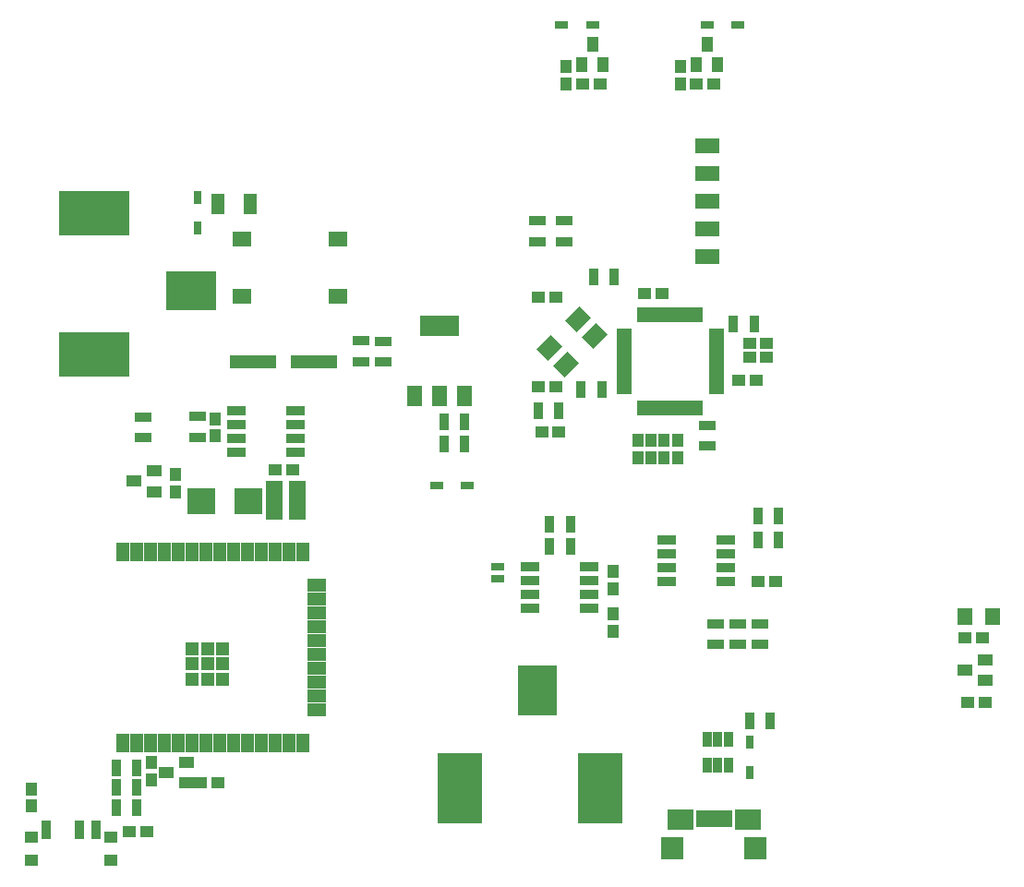
<source format=gtp>
%TF.GenerationSoftware,Altium Limited,Altium Designer,25.2.1 (25)*%
G04 Layer_Color=8421504*
%FSLAX25Y25*%
%MOIN*%
%TF.SameCoordinates,F6C81A79-D505-4479-B840-BDF532C21910*%
%TF.FilePolarity,Positive*%
%TF.FileFunction,Paste,Top*%
%TF.Part,Single*%
G01*
G75*
%TA.AperFunction,SMDPad,CuDef*%
%ADD162R,0.03756X0.06118*%
%TA.AperFunction,SMDPad,SMDef*%
%ADD163R,0.18323X0.13992*%
%ADD164R,0.25410X0.16354*%
%TA.AperFunction,SMDPad,CuDef*%
%ADD165R,0.07102X0.03362*%
%ADD166R,0.06118X0.03756*%
%ADD167R,0.04800X0.04100*%
%ADD168R,0.08874X0.05331*%
%ADD169R,0.05134X0.03165*%
%ADD170R,0.04100X0.04800*%
%ADD171R,0.13992X0.07299*%
%ADD172R,0.05724X0.07299*%
%ADD173R,0.05331X0.05921*%
%ADD174R,0.05370X0.04150*%
%ADD175R,0.04937X0.02969*%
%TA.AperFunction,SMDPad,SMDef*%
%ADD176R,0.13992X0.18323*%
%ADD177R,0.16354X0.25410*%
%TA.AperFunction,SMDPad,CuDef*%
G04:AMPARAMS|DCode=178|XSize=72.99mil|YSize=59.21mil|CornerRadius=0mil|HoleSize=0mil|Usage=FLASHONLY|Rotation=225.000|XOffset=0mil|YOffset=0mil|HoleType=Round|Shape=Rectangle|*
%AMROTATEDRECTD178*
4,1,4,0.00487,0.04674,0.04674,0.00487,-0.00487,-0.04674,-0.04674,-0.00487,0.00487,0.04674,0.0*
%
%ADD178ROTATEDRECTD178*%

%ADD179R,0.05724X0.02181*%
%ADD180R,0.02181X0.05724*%
%ADD181R,0.03362X0.05724*%
%ADD182R,0.03165X0.05134*%
%ADD183R,0.08480X0.08480*%
%ADD184R,0.09268X0.07299*%
%ADD185R,0.02575X0.06315*%
%ADD186R,0.04150X0.05370*%
%ADD187R,0.03756X0.06906*%
%ADD188R,0.04937X0.04150*%
%ADD189R,0.04543X0.06906*%
%ADD190R,0.06906X0.04543*%
%TA.AperFunction,BGAPad,CuDef*%
%ADD191R,0.04543X0.04543*%
%TA.AperFunction,SMDPad,CuDef*%
%ADD192R,0.07102X0.05724*%
%ADD193R,0.09858X0.09347*%
%ADD194R,0.16748X0.04937*%
%ADD195R,0.06118X0.14386*%
%ADD196R,0.04543X0.07299*%
D162*
X154724Y165748D02*
D03*
X162205D02*
D03*
X259252Y201181D02*
D03*
X266732D02*
D03*
X208661Y218110D02*
D03*
X216142D02*
D03*
X264961Y57874D02*
D03*
X272441D02*
D03*
X211614Y177559D02*
D03*
X204134D02*
D03*
X275590Y123248D02*
D03*
X268110D02*
D03*
X275590Y131890D02*
D03*
X268110D02*
D03*
X200386Y120867D02*
D03*
X192905D02*
D03*
X200394Y128831D02*
D03*
X192913D02*
D03*
X196259Y169882D02*
D03*
X188779D02*
D03*
X36417Y26575D02*
D03*
X43898D02*
D03*
X36417Y33661D02*
D03*
X43898D02*
D03*
X36417Y40748D02*
D03*
X43898D02*
D03*
X162205Y157874D02*
D03*
X154724D02*
D03*
D163*
X63583Y212992D02*
D03*
D164*
X28346Y190157D02*
D03*
Y240945D02*
D03*
D165*
X235039Y118248D02*
D03*
Y113248D02*
D03*
Y108248D02*
D03*
X256299D02*
D03*
Y113248D02*
D03*
Y118248D02*
D03*
Y123248D02*
D03*
X235039D02*
D03*
X185827Y113406D02*
D03*
X207087D02*
D03*
Y108405D02*
D03*
Y103405D02*
D03*
Y98405D02*
D03*
X185827D02*
D03*
Y103405D02*
D03*
Y108405D02*
D03*
X101181Y159843D02*
D03*
Y164842D02*
D03*
Y169843D02*
D03*
X79921D02*
D03*
Y164842D02*
D03*
Y159843D02*
D03*
Y154842D02*
D03*
X101181D02*
D03*
D166*
X188583Y238386D02*
D03*
Y230906D02*
D03*
X198031Y238386D02*
D03*
Y230906D02*
D03*
X249606Y164567D02*
D03*
Y157087D02*
D03*
X252854Y92913D02*
D03*
Y85433D02*
D03*
X268602Y92913D02*
D03*
Y85433D02*
D03*
X260728Y92913D02*
D03*
Y85433D02*
D03*
X65748Y160236D02*
D03*
Y167717D02*
D03*
X132677Y194882D02*
D03*
Y187402D02*
D03*
X124803Y195079D02*
D03*
Y187598D02*
D03*
X46260Y167520D02*
D03*
Y160039D02*
D03*
D167*
X271260Y194095D02*
D03*
X264960D02*
D03*
X264961Y188976D02*
D03*
X271261D02*
D03*
X233464Y212008D02*
D03*
X227164D02*
D03*
X93701Y148425D02*
D03*
X100001D02*
D03*
X342913Y87795D02*
D03*
X349213D02*
D03*
X350177Y64567D02*
D03*
X343877D02*
D03*
X268110Y108248D02*
D03*
X274410D02*
D03*
X261024Y180709D02*
D03*
X267324D02*
D03*
X189959Y162205D02*
D03*
X196259D02*
D03*
X188778Y210827D02*
D03*
X195078D02*
D03*
X188778Y178543D02*
D03*
X195078D02*
D03*
X245866Y287795D02*
D03*
X252166D02*
D03*
X204724D02*
D03*
X211024D02*
D03*
X66929Y35433D02*
D03*
X73229D02*
D03*
X41142Y17717D02*
D03*
X47442D02*
D03*
D168*
X249606Y265276D02*
D03*
Y255276D02*
D03*
Y245276D02*
D03*
Y235276D02*
D03*
Y225276D02*
D03*
D169*
Y309055D02*
D03*
X260630D02*
D03*
X162992Y142913D02*
D03*
X151969D02*
D03*
X208268Y309055D02*
D03*
X197244D02*
D03*
D170*
X215748Y111811D02*
D03*
Y105511D02*
D03*
Y90157D02*
D03*
Y96457D02*
D03*
X229528Y152755D02*
D03*
Y159055D02*
D03*
X224803Y159055D02*
D03*
Y152755D02*
D03*
X234252Y159055D02*
D03*
Y152755D02*
D03*
X238976Y159055D02*
D03*
Y152755D02*
D03*
X239961Y294095D02*
D03*
Y287795D02*
D03*
X198819Y294095D02*
D03*
Y287795D02*
D03*
X5906Y33268D02*
D03*
Y26968D02*
D03*
X49016Y42717D02*
D03*
Y36417D02*
D03*
X72047Y160630D02*
D03*
Y166930D02*
D03*
X57874Y140552D02*
D03*
Y146852D02*
D03*
D171*
X153150Y200394D02*
D03*
D172*
X162205Y175197D02*
D03*
X153150D02*
D03*
X144095D02*
D03*
D173*
X342913Y95276D02*
D03*
X352756D02*
D03*
D174*
X342736Y76181D02*
D03*
X350177Y79921D02*
D03*
Y72441D02*
D03*
X54350Y39173D02*
D03*
X61791Y42913D02*
D03*
Y35433D02*
D03*
X42736Y144292D02*
D03*
X50177Y148032D02*
D03*
Y140552D02*
D03*
D175*
X174016Y109075D02*
D03*
Y113406D02*
D03*
D176*
X188386Y68799D02*
D03*
D177*
X211221Y33563D02*
D03*
X160433D02*
D03*
D178*
X198896Y186473D02*
D03*
X209196Y196773D02*
D03*
X203072Y202898D02*
D03*
X192771Y192597D02*
D03*
D179*
X219685Y196457D02*
D03*
Y198425D02*
D03*
X253149D02*
D03*
Y176772D02*
D03*
X219685D02*
D03*
X253149Y178740D02*
D03*
X219685D02*
D03*
X253149Y180709D02*
D03*
X219685D02*
D03*
X253149Y182677D02*
D03*
X219685D02*
D03*
X253149Y184646D02*
D03*
X219685D02*
D03*
X253149Y186614D02*
D03*
X219685D02*
D03*
X253149Y188583D02*
D03*
X219685D02*
D03*
X253149Y190551D02*
D03*
X219685D02*
D03*
X253149Y192520D02*
D03*
X219685D02*
D03*
X253149Y194488D02*
D03*
X219685D02*
D03*
X253149Y196457D02*
D03*
D180*
X225590Y170866D02*
D03*
X227559D02*
D03*
X229527D02*
D03*
X231496D02*
D03*
X233464D02*
D03*
X235433D02*
D03*
X237401D02*
D03*
X239370D02*
D03*
X241338D02*
D03*
X243307D02*
D03*
X245275D02*
D03*
X247244D02*
D03*
Y204331D02*
D03*
X245275D02*
D03*
X243307D02*
D03*
X241338D02*
D03*
X239370D02*
D03*
X237401D02*
D03*
X235433D02*
D03*
X233464D02*
D03*
X231496D02*
D03*
X229527D02*
D03*
X227559D02*
D03*
X225590D02*
D03*
D181*
X257283Y41929D02*
D03*
X253543D02*
D03*
X249803D02*
D03*
Y50984D02*
D03*
X253543D02*
D03*
X257283D02*
D03*
D182*
X264961Y38976D02*
D03*
Y50000D02*
D03*
X65748Y235827D02*
D03*
Y246850D02*
D03*
D183*
X237205Y11909D02*
D03*
X267126D02*
D03*
D184*
X239961Y21949D02*
D03*
X264370D02*
D03*
D185*
X254724Y22441D02*
D03*
X257283D02*
D03*
X247047D02*
D03*
X252165D02*
D03*
X249606D02*
D03*
D186*
X249606Y302146D02*
D03*
X253346Y294705D02*
D03*
X245866D02*
D03*
X208268Y302146D02*
D03*
X212008Y294705D02*
D03*
X204528D02*
D03*
D187*
X28937Y18504D02*
D03*
X23031D02*
D03*
X11220D02*
D03*
D188*
X5709Y7480D02*
D03*
Y15748D02*
D03*
X34449Y7480D02*
D03*
Y15748D02*
D03*
D189*
X38898Y49803D02*
D03*
X43898D02*
D03*
X48898D02*
D03*
X53898D02*
D03*
X58898D02*
D03*
X63898D02*
D03*
X68898D02*
D03*
X73898D02*
D03*
X78898D02*
D03*
X83898D02*
D03*
X88898D02*
D03*
X93898D02*
D03*
X98898D02*
D03*
X103898D02*
D03*
Y118701D02*
D03*
X98898D02*
D03*
X93898D02*
D03*
X88898D02*
D03*
X83898D02*
D03*
X78898D02*
D03*
X73898D02*
D03*
X68898D02*
D03*
X63898D02*
D03*
X58898D02*
D03*
X53898D02*
D03*
X48898D02*
D03*
X43898D02*
D03*
X38898D02*
D03*
D190*
X108819Y61752D02*
D03*
Y66752D02*
D03*
Y71752D02*
D03*
Y76752D02*
D03*
Y81752D02*
D03*
Y86752D02*
D03*
Y91752D02*
D03*
Y96752D02*
D03*
Y101752D02*
D03*
Y106752D02*
D03*
D191*
X69291Y78347D02*
D03*
Y83858D02*
D03*
Y72835D02*
D03*
X74803Y78347D02*
D03*
Y83858D02*
D03*
Y72835D02*
D03*
X63779Y78347D02*
D03*
Y83858D02*
D03*
Y72835D02*
D03*
D192*
X116417Y211201D02*
D03*
Y231713D02*
D03*
X81890Y211201D02*
D03*
Y231713D02*
D03*
D193*
X66988Y137008D02*
D03*
X84193D02*
D03*
D194*
X107874Y187402D02*
D03*
X85827D02*
D03*
D195*
X101772Y137402D02*
D03*
X93504D02*
D03*
D196*
X84646Y244291D02*
D03*
X73228D02*
D03*
%TF.MD5,70d217cdfc8781ae7951c1dcb4cb47f7*%
M02*

</source>
